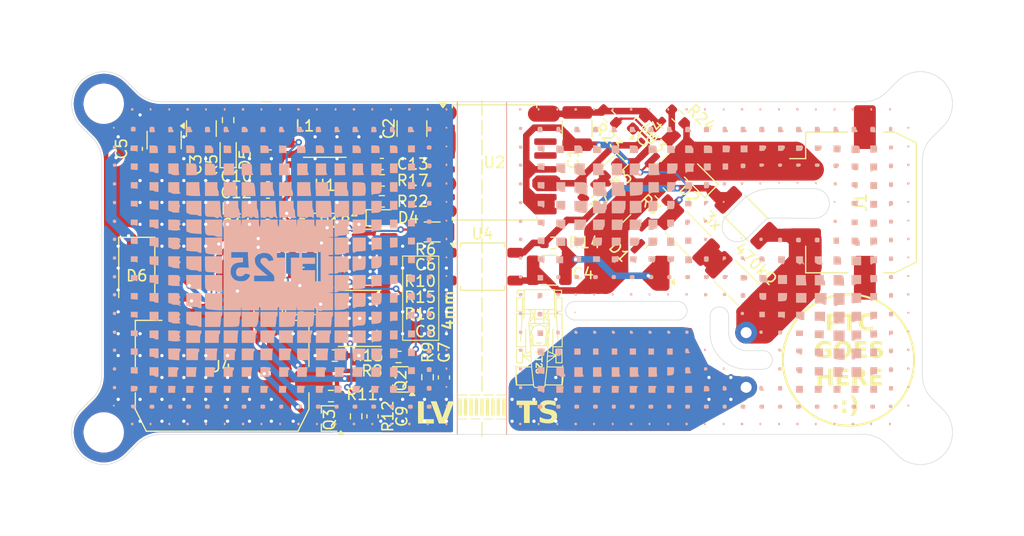
<source format=kicad_pcb>
(kicad_pcb
	(version 20240108)
	(generator "pcbnew")
	(generator_version "8.0")
	(general
		(thickness 1.6)
		(legacy_teardrops no)
	)
	(paper "A4")
	(layers
		(0 "F.Cu" signal)
		(31 "B.Cu" signal)
		(32 "B.Adhes" user "B.Adhesive")
		(33 "F.Adhes" user "F.Adhesive")
		(34 "B.Paste" user)
		(35 "F.Paste" user)
		(36 "B.SilkS" user "B.Silkscreen")
		(37 "F.SilkS" user "F.Silkscreen")
		(38 "B.Mask" user)
		(39 "F.Mask" user)
		(40 "Dwgs.User" user "User.Drawings")
		(41 "Cmts.User" user "User.Comments")
		(42 "Eco1.User" user "User.Eco1")
		(43 "Eco2.User" user "User.Eco2")
		(44 "Edge.Cuts" user)
		(45 "Margin" user)
		(46 "B.CrtYd" user "B.Courtyard")
		(47 "F.CrtYd" user "F.Courtyard")
		(48 "B.Fab" user)
		(49 "F.Fab" user)
		(50 "User.1" user)
		(51 "User.2" user)
		(52 "User.3" user)
		(53 "User.4" user)
		(54 "User.5" user)
		(55 "User.6" user)
		(56 "User.7" user)
		(57 "User.8" user)
		(58 "User.9" user)
	)
	(setup
		(stackup
			(layer "F.SilkS"
				(type "Top Silk Screen")
				(color "White")
			)
			(layer "F.Paste"
				(type "Top Solder Paste")
			)
			(layer "F.Mask"
				(type "Top Solder Mask")
				(color "Black")
				(thickness 0.01)
			)
			(layer "F.Cu"
				(type "copper")
				(thickness 0.035)
			)
			(layer "dielectric 1"
				(type "core")
				(color "FR4 natural")
				(thickness 1.51)
				(material "FR4")
				(epsilon_r 4.5)
				(loss_tangent 0.02)
			)
			(layer "B.Cu"
				(type "copper")
				(thickness 0.035)
			)
			(layer "B.Mask"
				(type "Bottom Solder Mask")
				(color "Black")
				(thickness 0.01)
			)
			(layer "B.Paste"
				(type "Bottom Solder Paste")
			)
			(layer "B.SilkS"
				(type "Bottom Silk Screen")
				(color "White")
			)
			(copper_finish "None")
			(dielectric_constraints no)
		)
		(pad_to_mask_clearance 0)
		(allow_soldermask_bridges_in_footprints no)
		(pcbplotparams
			(layerselection 0x00010fc_ffffffff)
			(plot_on_all_layers_selection 0x0000000_00000000)
			(disableapertmacros no)
			(usegerberextensions no)
			(usegerberattributes yes)
			(usegerberadvancedattributes yes)
			(creategerberjobfile yes)
			(dashed_line_dash_ratio 12.000000)
			(dashed_line_gap_ratio 3.000000)
			(svgprecision 4)
			(plotframeref no)
			(viasonmask no)
			(mode 1)
			(useauxorigin no)
			(hpglpennumber 1)
			(hpglpenspeed 20)
			(hpglpendiameter 15.000000)
			(pdf_front_fp_property_popups yes)
			(pdf_back_fp_property_popups yes)
			(dxfpolygonmode yes)
			(dxfimperialunits yes)
			(dxfusepcbnewfont yes)
			(psnegative no)
			(psa4output no)
			(plotreference yes)
			(plotvalue yes)
			(plotfptext yes)
			(plotinvisibletext no)
			(sketchpadsonfab no)
			(subtractmaskfromsilk no)
			(outputformat 1)
			(mirror no)
			(drillshape 1)
			(scaleselection 1)
			(outputdirectory "")
		)
	)
	(net 0 "")
	(net 1 "HV-")
	(net 2 "GND")
	(net 3 "Net-(U5-VO)")
	(net 4 "Net-(Q1-G)")
	(net 5 "+BATT")
	(net 6 "/RED_EN")
	(net 7 "/RED_Low")
	(net 8 "/GREEN_EN")
	(net 9 "/GREEN_Low")
	(net 10 "Net-(U1-CV)")
	(net 11 "/TRIG")
	(net 12 "/TS_Active")
	(net 13 "/Vdiv")
	(net 14 "Net-(D2-K)")
	(net 15 "Net-(D3-A)")
	(net 16 "Net-(D4-A)")
	(net 17 "HV+")
	(net 18 "/TS_OFF")
	(net 19 "/SDC")
	(net 20 "/RED_High")
	(net 21 "/GREEN_High")
	(net 22 "Net-(Q1-D)")
	(net 23 "Net-(Q2-G)")
	(net 24 "Net-(Q3-G)")
	(net 25 "Net-(R1-Pad1)")
	(net 26 "Net-(R6-Pad2)")
	(net 27 "/TS>60V")
	(net 28 "Net-(U6-ISET)")
	(net 29 "Net-(U7-ISET)")
	(net 30 "Net-(U1-DIS)")
	(net 31 "unconnected-(U2-OUTC-Pad5)")
	(net 32 "unconnected-(U2-OUTB-Pad13)")
	(net 33 "unconnected-(U2-OUTA-Pad14)")
	(net 34 "unconnected-(U2-NC-Pad7)")
	(net 35 "+3V3_HV")
	(net 36 "Net-(D5-A)")
	(net 37 "/Vref")
	(net 38 "Net-(D6-A)")
	(net 39 "unconnected-(U5-NC-Pad4)")
	(net 40 "+5V")
	(net 41 "unconnected-(U5-NC-Pad5)")
	(net 42 "unconnected-(D1-NC-Pad2)")
	(net 43 "unconnected-(J1-PadMP)")
	(net 44 "unconnected-(J1-PadMP)_1")
	(footprint "Capacitor_SMD:C_0603_1608Metric" (layer "F.Cu") (at 156.745 67.5 180))
	(footprint "Capacitor_SMD:C_0603_1608Metric" (layer "F.Cu") (at 187.6 50.7 -135))
	(footprint "Connector_Molex:Molex_Micro-Fit_3.0_43045-0810_2x04-1MP_P3.00mm_Horizontal" (layer "F.Cu") (at 149.5 66.415 180))
	(footprint "Resistor_SMD:R_0603_1608Metric" (layer "F.Cu") (at 159.8 72 180))
	(footprint "Resistor_SMD:R_0603_1608Metric" (layer "F.Cu") (at 164.0975 57.9 180))
	(footprint "Package_TO_SOT_SMD:TO-263-2" (layer "F.Cu") (at 187.1 72.675 -90))
	(footprint "Resistor_SMD:R_0603_1608Metric" (layer "F.Cu") (at 165.625 72.125 180))
	(footprint "Resistor_SMD:R_0603_1608Metric" (layer "F.Cu") (at 191.15 50.15 -45))
	(footprint "Resistor_SMD:R_2010_5025Metric" (layer "F.Cu") (at 192.105552 60.905552 -45))
	(footprint "Resistor_SMD:R_0603_1608Metric" (layer "F.Cu") (at 161.75 77.55 90))
	(footprint "Resistor_SMD:R_0603_1608Metric" (layer "F.Cu") (at 189.6 57.2 135))
	(footprint "Package_SO:SOIC-8_3.9x4.9mm_P1.27mm" (layer "F.Cu") (at 158.885 56.435 180))
	(footprint "Resistor_SMD:R_0603_1608Metric" (layer "F.Cu") (at 159.45 75.7 180))
	(footprint "Resistor_SMD:R_0603_1608Metric" (layer "F.Cu") (at 184.9 50.133363 -45))
	(footprint "Package_SO:HSOP-8-1EP_3.9x4.9mm_P1.27mm_EP2.41x3.1mm_ThermalVias" (layer "F.Cu") (at 162.075 68.6))
	(footprint "Resistor_SMD:R_0603_1608Metric" (layer "F.Cu") (at 156.75 63))
	(footprint "Capacitor_SMD:C_0603_1608Metric" (layer "F.Cu") (at 169.775 74 -90))
	(footprint "Resistor_SMD:R_2010_5025Metric" (layer "F.Cu") (at 196.535184 65.335184 -45))
	(footprint "Capacitor_SMD:C_1210_3225Metric" (layer "F.Cu") (at 181.95 51.25 -90))
	(footprint "LED_SMD:LED_0603_1608Metric" (layer "F.Cu") (at 185.043153 55.056847 -135))
	(footprint "Package_TO_SOT_SMD:SOT-323_SC-70" (layer "F.Cu") (at 165.825 74.175 180))
	(footprint "Connector_PinHeader_2.54mm:PinHeader_1x02_P2.54mm_Vertical" (layer "F.Cu") (at 197.4 72.4))
	(footprint "Capacitor_SMD:C_1210_3225Metric" (layer "F.Cu") (at 166.85 51.25 -90))
	(footprint "Package_TO_SOT_SMD:SOT-23-5_HandSoldering" (layer "F.Cu") (at 189.1 52.5 45))
	(footprint "Resistor_SMD:R_0603_1608Metric" (layer "F.Cu") (at 156.75 64.465))
	(footprint "Package_SO:SOP-4_3.8x4.1mm_P2.54mm" (layer "F.Cu") (at 173.3 63.87))
	(footprint "Connector_Molex:Molex_Micro-Fit_3.0_43650-0310_1x03-1MP_P3.00mm_Horizontal" (layer "F.Cu") (at 207.9 58 -90))
	(footprint "Package_TO_SOT_SMD:SOT-323_SC-70" (layer "F.Cu") (at 159.3 77.75 180))
	(footprint "MountingHole:MountingHole_3.2mm_M3" (layer "F.Cu") (at 138.67868 48.97868 180))
	(footprint "Resistor_SMD:R_0603_1608Metric" (layer "F.Cu") (at 156.745 66 180))
	(footprint "Capacitor_SMD:C_0603_1608Metric" (layer "F.Cu") (at 153.685 57.1 180))
	(footprint "MountingHole:MountingHole_3.2mm_M3" (layer "F.Cu") (at 213.32132 79.02132))
	(footprint "Resistor_SMD:R_0603_1608Metric" (layer "F.Cu") (at 164.0975 55.985 180))
	(footprint "Resistor_SMD:R_0603_1608Metric" (layer "F.Cu") (at 150.05 50.475 -90))
	(footprint "Capacitor_SMD:C_0603_1608Metric" (layer "F.Cu") (at 141.7 53.1 -90))
	(footprint "Resistor_SMD:R_0603_1608Metric" (layer "F.Cu") (at 153.685 58.6 180))
	(footprint "Capacitor_SMD:C_0603_1608Metric" (layer "F.Cu") (at 163.25 77.55 -90))
	(footprint "Diode_SMD:D_SOD-323" (layer "F.Cu") (at 193.1 55.825 135))
	(footprint "MountingHole:MountingHole_3.2mm_M3" (layer "F.Cu") (at 138.67868 79.02132 -90))
	(footprint "Resistor_SMD:R_0603_1608Metric" (layer "F.Cu") (at 183.1 57 45))
	(footprint "Package_SO:SOIC-16W_7.5x10.3mm_P1.27mm"
		(layer "F.Cu")
		(uuid "a41e1a9c-908b-49bf-8927-63032ed814bb")
		(at 174.4 54.345)
		(descr "SOIC, 16 Pin (JEDEC MS-013AA, https://www.analog.com/media/en/package-pcb-resources/package/pkg_pdf/soic_wide-rw/rw_16.pdf), generated with kicad-footprint-generator ipc_gullwing_generator.py")
		(tags "SOIC SO")
		(property "Reference" "U2"
			(at 0 -0.005 0)
			(layer "F.SilkS")
			(uuid "a2505e79-6b69-49e0-8e85-872e6bf30495")
			(effects
				(font
					(size 1 1)
					(thickness 0.15)
				)
			)
		)
		(property "Value" "18024215401L"
			(at 0 6.1 0)
			(layer "F.Fab")
			(uuid "996a7646-e8fe-4c18-b5f6-b49a67b34e4c")
			(effects
				(font
					(size 1 1)
					(thickness 0.15)
				)
			)
		)
		(property "Footprint" "Package_SO:SOIC-16W_7.5x10.3mm_P1.27mm"
			(at 0 0 0)
			(unlocked yes)
			(layer "F.Fab")
			(hide yes)
			(uuid "f365419b-21e4-4ee1-8c78-52fcbbe82b8f")
			(effects
				(font
					(size 1.27 1.27)
					(thickness 0.15)
				)
			)
		)
		(property "Datasheet" "https://www.we-online.com/components/products/datasheet/18024215401H.pdf"
			(at 0 0 0)
			(unlocked yes)
			(layer "F.Fab")
			(hide yes)
			(uuid "eca51651-59b7-48dd-862f-b1c922d9d190")
			(effects
				(font
					(size 1.27 1.27)
					(thickness 0.15)
				)
			)
		)
		(property "Description" ""
			(at 0 0 0)
			(unlocked yes)
			(layer "F.Fab")
			(hide yes)
			(uuid "c0c67fd9-fb34-4fe9-bd89-0b8875c44
... [820617 chars truncated]
</source>
